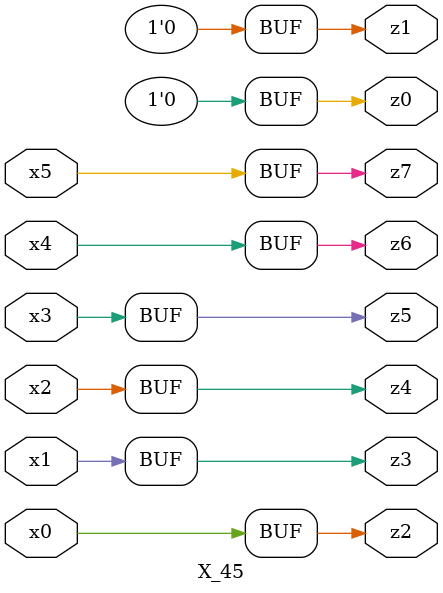
<source format=v>

module X_45 ( 
    x0, x1, x2, x3, x4, x5,
    z0, z1, z2, z3, z4, z5, z6, z7  );
  input  x0, x1, x2, x3, x4, x5;
  output z0, z1, z2, z3, z4, z5, z6, z7;
  assign z0 = 1'b0;
  assign z1 = 1'b0;
  assign z2 = x0;
  assign z3 = x1;
  assign z4 = x2;
  assign z5 = x3;
  assign z6 = x4;
  assign z7 = x5;
endmodule



</source>
